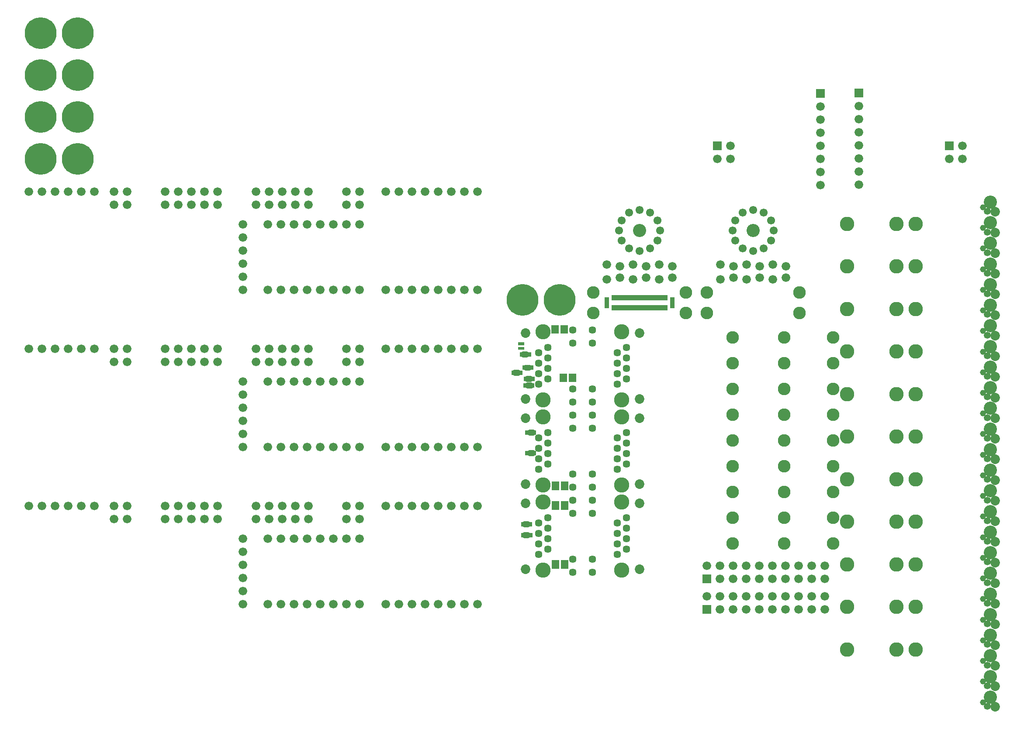
<source format=gbr>
G04 start of page 12 for group -4062 idx -4062 *
G04 Title: (unknown), soldermask *
G04 Creator: pcb 4.2.0 *
G04 CreationDate: Tue Jul 14 02:55:31 2020 UTC *
G04 For: commonadmin *
G04 Format: Gerber/RS-274X *
G04 PCB-Dimensions (mil): 24000.00 18000.00 *
G04 PCB-Coordinate-Origin: lower left *
%MOIN*%
%FSLAX25Y25*%
%LNBOTTOMMASK*%
%ADD249C,0.0200*%
%ADD248C,0.0611*%
%ADD247C,0.0960*%
%ADD246C,0.2422*%
%ADD245C,0.0572*%
%ADD244C,0.1162*%
%ADD243C,0.0966*%
%ADD242C,0.0660*%
%ADD241C,0.0001*%
%ADD240C,0.1103*%
%ADD239C,0.0532*%
%ADD238C,0.0729*%
%ADD237C,0.0454*%
%ADD236C,0.1005*%
G54D236*X791339Y229134D03*
G54D237*X785433Y225197D03*
G54D238*X794882Y221654D03*
G54D239*X788976Y222047D03*
G54D236*X791339Y370866D03*
G54D238*X794882Y363386D03*
G54D239*X788976Y363780D03*
G54D237*X785433Y366929D03*
G54D236*X791339Y355118D03*
G54D238*X794882Y347638D03*
G54D239*X788976Y348031D03*
G54D236*X791339Y339370D03*
G54D238*X794882Y331890D03*
G54D239*X788976Y332283D03*
G54D237*X785433Y335433D03*
Y351181D03*
G54D236*X791339Y323622D03*
G54D237*X785433Y319685D03*
G54D238*X794882Y316142D03*
G54D239*X788976Y316535D03*
G54D236*X791339Y307874D03*
G54D238*X794882Y300394D03*
G54D239*X788976Y300787D03*
G54D237*X785433Y303937D03*
G54D236*X791339Y292126D03*
G54D240*X734252Y330453D03*
X719488D03*
X734252Y297953D03*
X719488D03*
Y265453D03*
G54D238*X794882Y284646D03*
G54D239*X788976Y285039D03*
G54D236*X791339Y276378D03*
G54D237*X785433Y272441D03*
Y288189D03*
G54D238*X794882Y268898D03*
G54D239*X788976Y269291D03*
G54D236*X791339Y260630D03*
G54D238*X794882Y253150D03*
G54D239*X788976Y253543D03*
G54D237*X785433Y256693D03*
G54D236*X791339Y244882D03*
G54D238*X794882Y237402D03*
G54D239*X788976Y237795D03*
G54D237*X785433Y240945D03*
G54D236*X791339Y607087D03*
G54D238*X794882Y599606D03*
G54D239*X788976Y600000D03*
G54D237*X785433Y603150D03*
G54D236*X791339Y591339D03*
G54D238*X794882Y583858D03*
G54D239*X788976Y584252D03*
G54D237*X785433Y587402D03*
G54D236*X791339Y465354D03*
G54D238*X794882Y457874D03*
G54D239*X788976Y458268D03*
G54D237*X785433Y461417D03*
G54D236*X791339Y449606D03*
G54D238*X794882Y442126D03*
G54D239*X788976Y442520D03*
G54D237*X785433Y445669D03*
G54D236*X791339Y481102D03*
G54D238*X794882Y473622D03*
G54D239*X788976Y474016D03*
G54D237*X785433Y477165D03*
G54D236*X791339Y496850D03*
G54D238*X794882Y489370D03*
G54D239*X788976Y489764D03*
G54D237*X785433Y492913D03*
G54D236*X791339Y512598D03*
Y528346D03*
G54D238*X794882Y520866D03*
G54D239*X788976Y521260D03*
G54D237*X785433Y524409D03*
G54D238*X794882Y505118D03*
G54D239*X788976Y505512D03*
G54D237*X785433Y508661D03*
G54D236*X791339Y575591D03*
G54D238*X794882Y568110D03*
G54D236*X791339Y559843D03*
G54D237*X785433Y555906D03*
G54D239*X788976Y568504D03*
G54D237*X785433Y571654D03*
G54D238*X794882Y552362D03*
G54D239*X788976Y552756D03*
G54D236*X791339Y544094D03*
G54D238*X794882Y536614D03*
G54D239*X788976Y537008D03*
G54D237*X785433Y540157D03*
G54D236*X791339Y433858D03*
G54D238*X794882Y426378D03*
G54D239*X788976Y426772D03*
G54D237*X785433Y429921D03*
Y414173D03*
G54D236*X791339Y418110D03*
G54D238*X794882Y410630D03*
G54D239*X788976Y411024D03*
G54D236*X791339Y402362D03*
G54D238*X794882Y394882D03*
G54D239*X788976Y395276D03*
G54D236*X791339Y386614D03*
G54D238*X794882Y379134D03*
G54D239*X788976Y379528D03*
G54D237*X785433Y382677D03*
Y398425D03*
G54D240*X734252Y395453D03*
Y427953D03*
Y460453D03*
Y492953D03*
Y525453D03*
Y557953D03*
Y590453D03*
Y265453D03*
Y362953D03*
X719488D03*
Y395453D03*
Y427953D03*
Y460453D03*
Y492953D03*
Y525453D03*
Y557953D03*
Y590453D03*
G54D241*G36*
X756700Y653300D02*Y646700D01*
X763300D01*
Y653300D01*
X756700D01*
G37*
G54D242*X770000Y650000D03*
X760000Y640000D03*
X770000D03*
G54D243*X671260Y484055D03*
Y464370D03*
Y444685D03*
Y425000D03*
Y405315D03*
Y385630D03*
Y365945D03*
Y346260D03*
G54D240*X682087Y330531D03*
Y298031D03*
Y265531D03*
Y363031D03*
Y395531D03*
Y428031D03*
Y460531D03*
Y493031D03*
G54D241*G36*
X579700Y653300D02*Y646700D01*
X586300D01*
Y653300D01*
X579700D01*
G37*
G54D242*X583000Y640000D03*
X593000D03*
Y650000D03*
G54D241*G36*
X687700Y693800D02*Y687200D01*
X694300D01*
Y693800D01*
X687700D01*
G37*
G54D242*X691000Y680500D03*
Y670500D03*
G54D241*G36*
X658200Y693300D02*Y686700D01*
X664800D01*
Y693300D01*
X658200D01*
G37*
G54D242*X661500Y680000D03*
Y670000D03*
X691000Y660500D03*
X661500Y660000D03*
X691000Y650500D03*
X661500Y650000D03*
X691000Y640500D03*
X661500Y640000D03*
X691000Y630500D03*
X661500Y630000D03*
X691000Y620500D03*
X661500Y620000D03*
G54D243*X633858Y503740D03*
Y484055D03*
Y464370D03*
Y444685D03*
Y425000D03*
Y405315D03*
Y385630D03*
X594488Y503740D03*
Y484055D03*
Y464370D03*
Y444685D03*
Y425000D03*
Y405315D03*
Y385630D03*
Y365945D03*
Y346260D03*
G54D242*X595000Y329500D03*
Y319500D03*
X605000D03*
Y329500D03*
X615000Y319500D03*
Y329500D03*
X625000Y319500D03*
X635000D03*
X645000D03*
X655000D03*
X665000D03*
X625000Y329500D03*
X635000D03*
X645000D03*
X655000D03*
X665000D03*
G54D243*X633858Y365945D03*
Y346260D03*
G54D241*G36*
X571700Y299300D02*Y292700D01*
X578300D01*
Y299300D01*
X571700D01*
G37*
G54D242*X585000Y296000D03*
X595000D03*
X575000Y306000D03*
X585000D03*
X595000D03*
X605000D03*
X615000D03*
X625000D03*
G54D241*G36*
X571700Y322800D02*Y316200D01*
X578300D01*
Y322800D01*
X571700D01*
G37*
G54D242*X575000Y329500D03*
X585000Y319500D03*
Y329500D03*
X605000Y296000D03*
X615000D03*
X625000D03*
X635000Y306000D03*
X645000D03*
X655000D03*
X635000Y296000D03*
X645000D03*
X655000D03*
X665000D03*
Y306000D03*
G54D238*X523504Y456787D03*
Y507181D03*
Y442181D03*
G54D244*X510000Y507969D03*
G54D245*X487520Y509543D03*
Y499504D03*
G54D244*X510000Y456000D03*
Y442969D03*
G54D245*X513543Y479976D03*
Y488008D03*
Y496039D03*
X506457Y483992D03*
Y492024D03*
Y475961D03*
X513543Y471945D03*
X487520Y464465D03*
Y454425D03*
X506457Y467929D03*
X487520Y444543D03*
X472480Y454425D03*
Y464465D03*
Y434504D03*
Y444543D03*
Y499504D03*
Y509543D03*
G54D238*X436496Y507181D03*
G54D244*X450000Y507969D03*
G54D245*X446457Y483992D03*
X453543Y479976D03*
Y488008D03*
X446457Y492024D03*
X453543Y496039D03*
G54D246*X434252Y532283D03*
X462598D03*
G54D245*X446457Y475961D03*
X453543Y471945D03*
G54D238*X436496Y456787D03*
G54D244*X450000Y456000D03*
G54D245*X446457Y467929D03*
G54D238*X436496Y442181D03*
G54D244*X450000Y442969D03*
G54D247*X488189Y522441D03*
Y538189D03*
G54D242*X498610Y547930D03*
Y559430D03*
X508610Y557930D03*
Y549430D03*
X518610Y547930D03*
G54D245*X506457Y362024D03*
X487520Y379543D03*
Y369504D03*
Y399465D03*
Y389425D03*
X513543Y414976D03*
Y406945D03*
Y423008D03*
Y431039D03*
X487520Y434504D03*
X506457Y418992D03*
Y427024D03*
Y410961D03*
Y402929D03*
G54D238*X523504Y377181D03*
G54D244*X510000Y377969D03*
G54D245*X513543Y349976D03*
Y358008D03*
Y366039D03*
Y341945D03*
X506457Y353992D03*
Y345961D03*
Y337929D03*
G54D238*X523504Y391787D03*
G54D244*X510000Y391000D03*
G54D245*X487520Y334465D03*
Y324425D03*
G54D238*X523504Y326787D03*
G54D244*X510000Y326000D03*
G54D245*X453543Y341945D03*
G54D238*X436496Y326787D03*
G54D244*X450000Y326000D03*
G54D245*X472480Y324425D03*
Y334465D03*
Y369504D03*
Y379543D03*
Y389425D03*
Y399465D03*
X446457Y345961D03*
Y418992D03*
Y427024D03*
Y410961D03*
Y402929D03*
Y337929D03*
X453543Y349976D03*
Y414976D03*
Y406945D03*
Y423008D03*
Y431039D03*
G54D238*X436496Y377181D03*
G54D244*X450000Y377969D03*
G54D245*X446457Y353992D03*
Y362024D03*
X453543Y358008D03*
Y366039D03*
G54D238*X436496Y391787D03*
G54D244*X450000Y391000D03*
G54D236*X523622Y585433D03*
G54D248*Y601181D03*
X507874Y585433D03*
X515748Y599016D03*
X509843Y593110D03*
X523622Y569685D03*
X539370Y585433D03*
X531496Y571850D03*
X537402Y577756D03*
X531496Y599016D03*
X515748Y571850D03*
G54D242*X518610Y559430D03*
G54D248*X509843Y577756D03*
X537402Y593110D03*
G54D247*X559055Y538189D03*
Y522441D03*
G54D242*X538610Y547930D03*
X548610Y549430D03*
Y557930D03*
X528610Y549430D03*
Y557930D03*
X538610Y559430D03*
G54D247*X574803Y522441D03*
Y538189D03*
G54D242*X585232Y547933D03*
Y559433D03*
G54D247*X645669Y538189D03*
Y522441D03*
G54D242*X635232Y549433D03*
Y557933D03*
G54D243*X671260Y503740D03*
G54D240*X682087Y525531D03*
Y558031D03*
Y590531D03*
G54D236*X610236Y585433D03*
G54D248*Y601181D03*
X594488Y585433D03*
X602362Y599016D03*
X596457Y593110D03*
X610236Y569685D03*
X625984Y585433D03*
X618110Y571850D03*
X624016Y577756D03*
G54D242*X625232Y559433D03*
G54D248*X618110Y599016D03*
X624016Y593110D03*
X602362Y571850D03*
X596457Y577756D03*
G54D242*X595232Y557933D03*
X605232Y559433D03*
X615232Y557933D03*
X595232Y549433D03*
X605232Y547933D03*
X615232Y549433D03*
X625232Y547933D03*
X330000Y420000D03*
X340000D03*
X350000D03*
X360000D03*
X370000D03*
X380000D03*
X390000D03*
X400000D03*
X330000Y495000D03*
X340000D03*
X350000D03*
X360000D03*
X370000D03*
X380000D03*
X390000D03*
X400000D03*
Y540000D03*
X390000D03*
X380000D03*
X370000D03*
X360000D03*
X350000D03*
X340000D03*
X330000D03*
X240000Y420000D03*
X250000D03*
X260000D03*
X270000D03*
X221000D03*
Y430000D03*
X280000Y420000D03*
X290000D03*
X300000D03*
X310000D03*
X221000Y440000D03*
Y450000D03*
Y460000D03*
Y470000D03*
X240000D03*
X250000D03*
X260000D03*
X270000D03*
X280000D03*
X290000D03*
X300000D03*
X310000D03*
Y495000D03*
X300000D03*
X310000Y485000D03*
X300000D03*
X271000D03*
X261000D03*
X251000D03*
X241000D03*
X271000Y495000D03*
X261000D03*
X251000D03*
X241000D03*
X231000D03*
Y485000D03*
X201500Y495000D03*
Y485000D03*
X191500Y495000D03*
Y485000D03*
X181500Y495000D03*
Y485000D03*
X171500Y495000D03*
Y485000D03*
X161500Y495000D03*
X132500D03*
X161500Y485000D03*
X132500D03*
X122500D03*
Y495000D03*
X107500D03*
X97500D03*
X87500D03*
X77500D03*
X67500D03*
X57500D03*
X171500Y615000D03*
X181500Y605000D03*
X191500D03*
X201500D03*
X181500Y615000D03*
X191500D03*
X201500D03*
X231000D03*
X241000D03*
X251000D03*
X400000D03*
X390000D03*
X380000D03*
X370000D03*
X360000D03*
X350000D03*
X340000D03*
X330000D03*
X261000D03*
X271000D03*
X300000D03*
X310000D03*
X271000Y605000D03*
X290000Y590000D03*
X280000D03*
X300000Y605000D03*
X310000D03*
Y590000D03*
X300000D03*
X270000D03*
X310000Y540000D03*
X300000D03*
X290000D03*
X280000D03*
X270000D03*
X231000Y605000D03*
X241000D03*
X251000D03*
X261000D03*
X260000Y590000D03*
X250000D03*
X240000D03*
X221000D03*
Y580000D03*
Y570000D03*
Y560000D03*
Y550000D03*
Y540000D03*
X260000D03*
X250000D03*
X240000D03*
X330000Y300000D03*
X340000D03*
X350000D03*
X360000D03*
X370000D03*
X380000D03*
X390000D03*
X400000D03*
X240000D03*
X250000D03*
X260000D03*
X270000D03*
X280000D03*
X290000D03*
X300000D03*
X310000D03*
X221000D03*
Y310000D03*
Y320000D03*
Y330000D03*
Y340000D03*
Y350000D03*
X240000D03*
X250000D03*
X260000D03*
X270000D03*
X280000D03*
X290000D03*
X300000D03*
X310000D03*
X330000Y375000D03*
X310000D03*
Y365000D03*
X340000Y375000D03*
X350000D03*
X360000D03*
X370000D03*
X380000D03*
X390000D03*
X400000D03*
X300000Y365000D03*
Y375000D03*
X271000D03*
Y365000D03*
X261000Y375000D03*
X251000D03*
X241000D03*
X231000D03*
X261000Y365000D03*
X251000D03*
X241000D03*
X231000D03*
X201500D03*
X191500D03*
X201500Y375000D03*
X191500D03*
X181500D03*
Y365000D03*
X171500Y375000D03*
X161500D03*
X171500Y365000D03*
X161500D03*
X132500D03*
X122500D03*
X132500Y375000D03*
X122500D03*
X107500D03*
X97500D03*
X87500D03*
X77500D03*
X67500D03*
X57500D03*
G54D246*X66654Y736000D03*
X95000D03*
X66654Y704000D03*
X95000D03*
X66654Y672000D03*
X95000D03*
X66654Y640000D03*
X95000D03*
G54D242*X57500Y615000D03*
X67500D03*
X77500D03*
X87500D03*
X97500D03*
X107500D03*
X122500D03*
Y605000D03*
X132500D03*
Y615000D03*
X161500Y605000D03*
Y615000D03*
X171500Y605000D03*
G54D241*G36*
X462273Y393752D02*X456555D01*
Y387248D01*
X462273D01*
Y393752D01*
G37*
G36*
X469359D02*X463641D01*
Y387248D01*
X469359D01*
Y393752D01*
G37*
G36*
X462273Y378752D02*X456555D01*
Y372248D01*
X462273D01*
Y378752D01*
G37*
G36*
X469359D02*X463641D01*
Y372248D01*
X469359D01*
Y378752D01*
G37*
G54D249*X439550Y432500D02*X442550D01*
X443250Y431800D01*
G54D241*G36*
X442250Y432800D02*Y430800D01*
X444750D01*
Y432800D01*
X442250D01*
G37*
G54D249*X441650Y431900D02*X442250Y432500D01*
X441050D02*X441650Y431900D01*
X438850Y431800D02*X439550Y432500D01*
G54D241*G36*
X436350Y432800D02*Y430800D01*
X439850D01*
Y432800D01*
X436350D01*
G37*
G54D249*X439850Y432500D02*X440450Y431900D01*
X441050Y432500D01*
X438950Y430500D02*X439550Y429900D01*
G54D241*G36*
X436350Y431500D02*Y429500D01*
X439950D01*
Y431500D01*
X436350D01*
G37*
G54D249*X439750Y429900D02*X440450Y430600D01*
X439550Y429900D02*X439750D01*
X442650D02*X443250Y430500D01*
G54D241*G36*
X442250Y431500D02*Y429500D01*
X444750D01*
Y431500D01*
X442250D01*
G37*
G54D249*X439550Y429900D02*X442650D01*
X440450Y430600D02*X441150Y429900D01*
X440950D02*X441650Y430600D01*
X442350Y429900D01*
X439450Y416700D02*X442450D01*
X443150Y416000D01*
G54D241*G36*
X442150Y417000D02*Y415000D01*
X444650D01*
Y417000D01*
X442150D01*
G37*
G54D249*X441550Y416100D02*X442150Y416700D01*
X440950D02*X441550Y416100D01*
X438750Y416000D02*X439450Y416700D01*
G54D241*G36*
X436250Y417000D02*Y415000D01*
X439750D01*
Y417000D01*
X436250D01*
G37*
G54D249*X439750Y416700D02*X440350Y416100D01*
X440950Y416700D01*
X439450Y414100D02*X442550D01*
X439450D02*X439650D01*
X442550D02*X443150Y414700D01*
G54D241*G36*
X442150Y415700D02*Y413700D01*
X444650D01*
Y415700D01*
X442150D01*
G37*
G54D249*X438850Y414700D02*X439450Y414100D01*
X439650D02*X440350Y414800D01*
X441050Y414100D01*
X440850D02*X441550Y414800D01*
X442250Y414100D01*
G54D241*G36*
X436250Y415700D02*Y413700D01*
X439850D01*
Y415700D01*
X436250D01*
G37*
G54D249*X435550Y359800D02*X438550D01*
X434850Y360500D02*X435550Y359800D01*
G54D241*G36*
X433350Y361500D02*Y359500D01*
X435850D01*
Y361500D01*
X433350D01*
G37*
G54D249*X435850Y359800D02*X436450Y360400D01*
X437050Y359800D01*
X438550D02*X439250Y360500D01*
G54D241*G36*
X438250Y361500D02*Y359500D01*
X441750D01*
Y361500D01*
X438250D01*
G37*
G54D249*X437650Y360400D02*X438250Y359800D01*
X437050D02*X437650Y360400D01*
X435450Y362400D02*X438550D01*
X438350D02*X438550D01*
X434850Y361800D02*X435450Y362400D01*
G54D241*G36*
X433350Y362800D02*Y360800D01*
X435850D01*
Y362800D01*
X433350D01*
G37*
G54D249*X438550Y362400D02*X439150Y361800D01*
X437650Y361700D02*X438350Y362400D01*
X436950D02*X437650Y361700D01*
X436450D02*X437150Y362400D01*
X435750D02*X436450Y361700D01*
G54D241*G36*
X438150Y362800D02*Y360800D01*
X441750D01*
Y362800D01*
X438150D01*
G37*
G54D249*X435600Y351500D02*X438600D01*
X434900Y352200D02*X435600Y351500D01*
X437700Y352100D02*X438300Y351500D01*
X437100D02*X437700Y352100D01*
X435900Y351500D02*X436500Y352100D01*
X437100Y351500D01*
G54D241*G36*
X433400Y353200D02*Y351200D01*
X435900D01*
Y353200D01*
X433400D01*
G37*
G54D249*X434900Y353500D02*X435500Y354100D01*
G54D241*G36*
X433400Y354500D02*Y352500D01*
X435900D01*
Y354500D01*
X433400D01*
G37*
G54D249*X435800Y354100D02*X436500Y353400D01*
X438600Y351500D02*X439300Y352200D01*
G54D241*G36*
X438300Y353200D02*Y351200D01*
X441800D01*
Y353200D01*
X438300D01*
G37*
G54D249*X438600Y354100D02*X439200Y353500D01*
G54D241*G36*
X438200Y354500D02*Y352500D01*
X441800D01*
Y354500D01*
X438200D01*
G37*
G54D249*X437700Y353400D02*X438400Y354100D01*
X438600D01*
X435500D02*X438600D01*
X437000D02*X437700Y353400D01*
X436500D02*X437200Y354100D01*
G54D241*G36*
X462273Y333752D02*X456555D01*
Y327248D01*
X462273D01*
Y333752D01*
G37*
G36*
X469359D02*X463641D01*
Y327248D01*
X469359D01*
Y333752D01*
G37*
G36*
X461859Y513252D02*X456141D01*
Y506748D01*
X461859D01*
Y513252D01*
G37*
G36*
X468945D02*X463227D01*
Y506748D01*
X468945D01*
Y513252D01*
G37*
G36*
X468316Y476209D02*X462598D01*
Y469705D01*
X468316D01*
Y476209D01*
G37*
G36*
X475402D02*X469684D01*
Y469705D01*
X475402D01*
Y476209D01*
G37*
G36*
X433413Y500087D02*Y497913D01*
X435587D01*
Y500087D01*
X433413D01*
G37*
G36*
X431051D02*Y497913D01*
X433225D01*
Y500087D01*
X431051D01*
G37*
G36*
X433413Y496587D02*Y494413D01*
X435587D01*
Y496587D01*
X433413D01*
G37*
G36*
X431051D02*Y494413D01*
X433225D01*
Y496587D01*
X431051D01*
G37*
G54D249*X434600Y489500D02*X437600D01*
X433900Y491500D02*X434500Y492100D01*
G54D241*G36*
X432400Y492500D02*Y490500D01*
X434900D01*
Y492500D01*
X432400D01*
G37*
G54D249*X436000Y492100D02*X436700Y491400D01*
X435500D02*X436200Y492100D01*
X434800D02*X435500Y491400D01*
X433900Y490200D02*X434600Y489500D01*
X434900D02*X435500Y490100D01*
X436100Y489500D01*
X437600D02*X438300Y490200D01*
X436700Y490100D02*X437300Y489500D01*
X436100D02*X436700Y490100D01*
G54D241*G36*
X437300Y491200D02*Y489200D01*
X440800D01*
Y491200D01*
X437300D01*
G37*
G36*
X437200Y492500D02*Y490500D01*
X440800D01*
Y492500D01*
X437200D01*
G37*
G36*
X432400Y491200D02*Y489200D01*
X434900D01*
Y491200D01*
X432400D01*
G37*
G54D249*X434500Y492100D02*X437600D01*
X438200Y491500D01*
X436700Y491400D02*X437400Y492100D01*
X437600D01*
X438050Y468500D02*X441050D01*
X437350Y467800D02*X438050Y468500D01*
X438350D02*X438950Y467900D01*
X439550Y468500D01*
G54D241*G36*
X434850Y468800D02*Y466800D01*
X438350D01*
Y468800D01*
X434850D01*
G37*
G36*
X440750D02*Y466800D01*
X443250D01*
Y468800D01*
X440750D01*
G37*
G54D249*X441050Y468500D02*X441750Y467800D01*
X440150Y467900D02*X440750Y468500D01*
X439550D02*X440150Y467900D01*
X438050Y465900D02*X441150D01*
X441750Y466500D01*
G54D241*G36*
X440750Y467500D02*Y465500D01*
X443250D01*
Y467500D01*
X440750D01*
G37*
G54D249*X438950Y466600D02*X439650Y465900D01*
X439450D02*X440150Y466600D01*
X440850Y465900D01*
X437450Y466500D02*X438050Y465900D01*
G54D241*G36*
X434850Y467500D02*Y465500D01*
X438450D01*
Y467500D01*
X434850D01*
G37*
G54D249*X438250Y465900D02*X438950Y466600D01*
X438050Y465900D02*X438250D01*
X437550Y470800D02*X440550D01*
X441250Y471500D01*
X439650Y471400D02*X440250Y470800D01*
X439050D02*X439650Y471400D01*
G54D241*G36*
X440250Y472500D02*Y470500D01*
X443750D01*
Y472500D01*
X440250D01*
G37*
G54D249*X436850Y471500D02*X437550Y470800D01*
X437850D02*X438450Y471400D01*
X439050Y470800D01*
G54D241*G36*
X435350Y472500D02*Y470500D01*
X437850D01*
Y472500D01*
X435350D01*
G37*
G54D249*X440550Y473400D02*X441150Y472800D01*
G54D241*G36*
X440150Y473800D02*Y471800D01*
X443750D01*
Y473800D01*
X440150D01*
G37*
G54D249*X439650Y472700D02*X440350Y473400D01*
X440550D01*
X436850Y472800D02*X437450Y473400D01*
G54D241*G36*
X435350Y473800D02*Y471800D01*
X437850D01*
Y473800D01*
X435350D01*
G37*
G54D249*X437450Y473400D02*X440550D01*
X438950D02*X439650Y472700D01*
X438450D02*X439150Y473400D01*
X437750D02*X438450Y472700D01*
X431100Y475500D02*X431800Y476200D01*
G54D241*G36*
X430800Y477200D02*Y475200D01*
X434300D01*
Y477200D01*
X430800D01*
G37*
G54D249*X427400Y476200D02*X428100Y475500D01*
G54D241*G36*
X425900Y477200D02*Y475200D01*
X428400D01*
Y477200D01*
X425900D01*
G37*
G54D249*X428100Y475500D02*X431100D01*
X430200Y476100D02*X430800Y475500D01*
X429600D02*X430200Y476100D01*
X428400Y475500D02*X429000Y476100D01*
X429600Y475500D01*
X428000Y478100D02*X431100D01*
X430900D02*X431100D01*
X427400Y477500D02*X428000Y478100D01*
G54D241*G36*
X425900Y478500D02*Y476500D01*
X428400D01*
Y478500D01*
X425900D01*
G37*
G54D249*X431100Y478100D02*X431700Y477500D01*
G54D241*G36*
X430700Y478500D02*Y476500D01*
X434300D01*
Y478500D01*
X430700D01*
G37*
G54D249*X430200Y477400D02*X430900Y478100D01*
X429500D02*X430200Y477400D01*
X429000D02*X429700Y478100D01*
X428300D02*X429000Y477400D01*
X436550Y479300D02*X439550D01*
X435850Y481300D02*X436450Y481900D01*
G54D241*G36*
X434350Y482300D02*Y480300D01*
X436850D01*
Y482300D01*
X434350D01*
G37*
G54D249*X437950Y481900D02*X438650Y481200D01*
X437450D02*X438150Y481900D01*
X436750D02*X437450Y481200D01*
X435850Y480000D02*X436550Y479300D01*
X436850D02*X437450Y479900D01*
G54D241*G36*
X434350Y481000D02*Y479000D01*
X436850D01*
Y481000D01*
X434350D01*
G37*
G54D249*X438650Y479900D02*X439250Y479300D01*
X438050D02*X438650Y479900D01*
X437450D02*X438050Y479300D01*
X439550D02*X440250Y480000D01*
G54D241*G36*
X439250Y481000D02*Y479000D01*
X442750D01*
Y481000D01*
X439250D01*
G37*
G36*
X439150Y482300D02*Y480300D01*
X442750D01*
Y482300D01*
X439150D01*
G37*
G54D249*X436450Y481900D02*X439550D01*
X440150Y481300D01*
X438650Y481200D02*X439350Y481900D01*
X439550D01*
G54D241*G36*
X544898Y535961D02*X542268D01*
Y532150D01*
X544898D01*
Y535961D01*
G37*
G36*
X543520D02*X540890D01*
Y532150D01*
X543520D01*
Y535961D01*
G37*
G36*
X542142D02*X539512D01*
Y532150D01*
X542142D01*
Y535961D01*
G37*
G36*
X540764D02*X538134D01*
Y532150D01*
X540764D01*
Y535961D01*
G37*
G36*
X539386D02*X536756D01*
Y532150D01*
X539386D01*
Y535961D01*
G37*
G36*
X550409Y534583D02*X546992D01*
Y529787D01*
X550409D01*
Y534583D01*
G37*
G36*
Y530843D02*X546992D01*
Y526047D01*
X550409D01*
Y530843D01*
G37*
G36*
X538008Y535961D02*X535378D01*
Y532150D01*
X538008D01*
Y535961D01*
G37*
G36*
X536630D02*X534000D01*
Y532150D01*
X536630D01*
Y535961D01*
G37*
G36*
X535252D02*X532622D01*
Y532150D01*
X535252D01*
Y535961D01*
G37*
G36*
X533874D02*X531244D01*
Y532150D01*
X533874D01*
Y535961D01*
G37*
G36*
X532496D02*X529866D01*
Y532150D01*
X532496D01*
Y535961D01*
G37*
G36*
X531118D02*X528488D01*
Y532150D01*
X531118D01*
Y535961D01*
G37*
G36*
X529740D02*X527110D01*
Y532150D01*
X529740D01*
Y535961D01*
G37*
G36*
X528362D02*X525732D01*
Y532150D01*
X528362D01*
Y535961D01*
G37*
G36*
X526984D02*X524354D01*
Y532150D01*
X526984D01*
Y535961D01*
G37*
G36*
X525606D02*X522976D01*
Y532150D01*
X525606D01*
Y535961D01*
G37*
G36*
X524228D02*X521598D01*
Y532150D01*
X524228D01*
Y535961D01*
G37*
G36*
X522850D02*X520220D01*
Y532150D01*
X522850D01*
Y535961D01*
G37*
G36*
X521472D02*X518843D01*
Y532150D01*
X521472D01*
Y535961D01*
G37*
G36*
X520094D02*X517465D01*
Y532150D01*
X520094D01*
Y535961D01*
G37*
G36*
X518717D02*X516087D01*
Y532150D01*
X518717D01*
Y535961D01*
G37*
G36*
X517339D02*X514709D01*
Y532150D01*
X517339D01*
Y535961D01*
G37*
G36*
X515961D02*X513331D01*
Y532150D01*
X515961D01*
Y535961D01*
G37*
G36*
X514583D02*X511953D01*
Y532150D01*
X514583D01*
Y535961D01*
G37*
G36*
X513205D02*X510575D01*
Y532150D01*
X513205D01*
Y535961D01*
G37*
G36*
X511827D02*X509197D01*
Y532150D01*
X511827D01*
Y535961D01*
G37*
G36*
X510449D02*X507819D01*
Y532150D01*
X510449D01*
Y535961D01*
G37*
G36*
X509071D02*X506441D01*
Y532150D01*
X509071D01*
Y535961D01*
G37*
G36*
X507693D02*X505063D01*
Y532150D01*
X507693D01*
Y535961D01*
G37*
G36*
X506315D02*X503685D01*
Y532150D01*
X506315D01*
Y535961D01*
G37*
G36*
X504937D02*X502307D01*
Y532150D01*
X504937D01*
Y535961D01*
G37*
G36*
X500213Y534583D02*X496795D01*
Y529787D01*
X500213D01*
Y534583D01*
G37*
G36*
X544898Y528283D02*X542268D01*
Y524472D01*
X544898D01*
Y528283D01*
G37*
G36*
X543520D02*X540890D01*
Y524472D01*
X543520D01*
Y528283D01*
G37*
G36*
X542142D02*X539512D01*
Y524472D01*
X542142D01*
Y528283D01*
G37*
G36*
X540764D02*X538134D01*
Y524472D01*
X540764D01*
Y528283D01*
G37*
G36*
X539386D02*X536756D01*
Y524472D01*
X539386D01*
Y528283D01*
G37*
G36*
X538008D02*X535378D01*
Y524472D01*
X538008D01*
Y528283D01*
G37*
G36*
X536630D02*X534000D01*
Y524472D01*
X536630D01*
Y528283D01*
G37*
G36*
X535252D02*X532622D01*
Y524472D01*
X535252D01*
Y528283D01*
G37*
G36*
X533874D02*X531244D01*
Y524472D01*
X533874D01*
Y528283D01*
G37*
G36*
X532496D02*X529866D01*
Y524472D01*
X532496D01*
Y528283D01*
G37*
G36*
X531118D02*X528488D01*
Y524472D01*
X531118D01*
Y528283D01*
G37*
G36*
X529740D02*X527110D01*
Y524472D01*
X529740D01*
Y528283D01*
G37*
G36*
X528362D02*X525732D01*
Y524472D01*
X528362D01*
Y528283D01*
G37*
G36*
X526984D02*X524354D01*
Y524472D01*
X526984D01*
Y528283D01*
G37*
G36*
X525606D02*X522976D01*
Y524472D01*
X525606D01*
Y528283D01*
G37*
G36*
X524228D02*X521598D01*
Y524472D01*
X524228D01*
Y528283D01*
G37*
G36*
X522850D02*X520220D01*
Y524472D01*
X522850D01*
Y528283D01*
G37*
G36*
X521472D02*X518843D01*
Y524472D01*
X521472D01*
Y528283D01*
G37*
G36*
X520094D02*X517465D01*
Y524472D01*
X520094D01*
Y528283D01*
G37*
G36*
X518717D02*X516087D01*
Y524472D01*
X518717D01*
Y528283D01*
G37*
G36*
X517339D02*X514709D01*
Y524472D01*
X517339D01*
Y528283D01*
G37*
G36*
X515961D02*X513331D01*
Y524472D01*
X515961D01*
Y528283D01*
G37*
G36*
X514583D02*X511953D01*
Y524472D01*
X514583D01*
Y528283D01*
G37*
G36*
X513205D02*X510575D01*
Y524472D01*
X513205D01*
Y528283D01*
G37*
G36*
X511827D02*X509197D01*
Y524472D01*
X511827D01*
Y528283D01*
G37*
G36*
X510449D02*X507819D01*
Y524472D01*
X510449D01*
Y528283D01*
G37*
G36*
X509071D02*X506441D01*
Y524472D01*
X509071D01*
Y528283D01*
G37*
G36*
X507693D02*X505063D01*
Y524472D01*
X507693D01*
Y528283D01*
G37*
G36*
X506315D02*X503685D01*
Y524472D01*
X506315D01*
Y528283D01*
G37*
G36*
X504937D02*X502307D01*
Y524472D01*
X504937D01*
Y528283D01*
G37*
G36*
X500213Y530843D02*X496795D01*
Y526047D01*
X500213D01*
Y530843D01*
G37*
M02*

</source>
